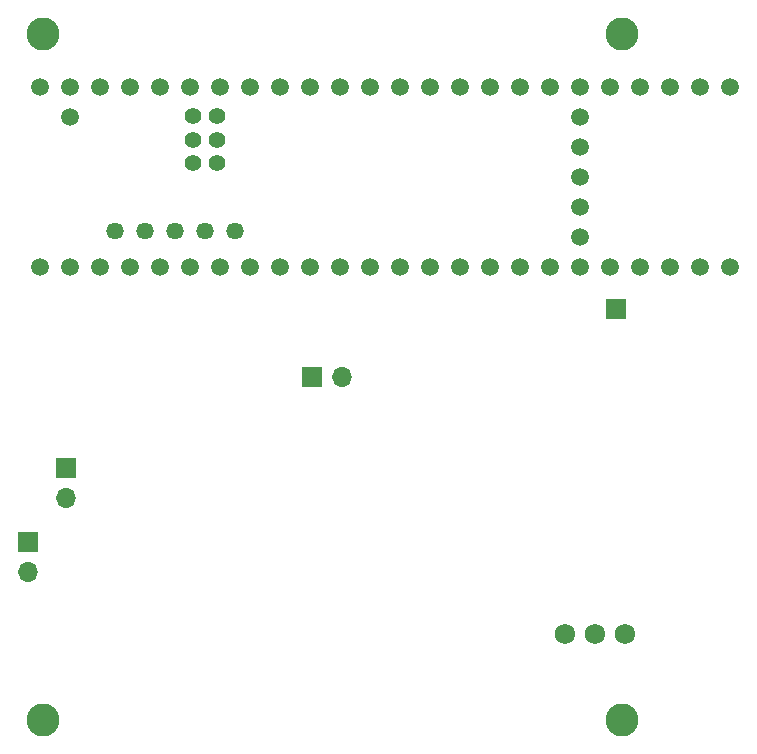
<source format=gbr>
%TF.GenerationSoftware,KiCad,Pcbnew,7.0.6*%
%TF.CreationDate,2024-04-07T14:57:10-04:00*%
%TF.ProjectId,mainbox,6d61696e-626f-4782-9e6b-696361645f70,rev?*%
%TF.SameCoordinates,Original*%
%TF.FileFunction,Soldermask,Bot*%
%TF.FilePolarity,Negative*%
%FSLAX46Y46*%
G04 Gerber Fmt 4.6, Leading zero omitted, Abs format (unit mm)*
G04 Created by KiCad (PCBNEW 7.0.6) date 2024-04-07 14:57:10*
%MOMM*%
%LPD*%
G01*
G04 APERTURE LIST*
%ADD10C,1.512000*%
%ADD11C,1.462000*%
%ADD12C,1.412000*%
%ADD13C,2.800000*%
%ADD14R,1.700000X1.700000*%
%ADD15O,1.700000X1.700000*%
%ADD16C,1.725000*%
G04 APERTURE END LIST*
D10*
%TO.C,U5*%
X162052000Y-91442000D03*
X164592000Y-91442000D03*
X167132000Y-91442000D03*
X169672000Y-91442000D03*
X195072000Y-91442000D03*
X164592000Y-76202000D03*
X205232000Y-86362000D03*
X172212000Y-91442000D03*
X174752000Y-91442000D03*
D11*
X165862000Y-88392000D03*
D10*
X177292000Y-91442000D03*
X179832000Y-91442000D03*
X182372000Y-91442000D03*
X184912000Y-91442000D03*
X187452000Y-91442000D03*
X189992000Y-91442000D03*
X192532000Y-91442000D03*
X192532000Y-76202000D03*
X189992000Y-76202000D03*
X187452000Y-76202000D03*
X184912000Y-76202000D03*
X182372000Y-76202000D03*
X179832000Y-76202000D03*
X177292000Y-76202000D03*
X174752000Y-76202000D03*
X172212000Y-76202000D03*
X169672000Y-76202000D03*
X167132000Y-76202000D03*
X197612000Y-91442000D03*
X200152000Y-91442000D03*
X202692000Y-91442000D03*
X205232000Y-91442000D03*
X207772000Y-91442000D03*
X210312000Y-91442000D03*
X212852000Y-91442000D03*
X215392000Y-91442000D03*
X217932000Y-91442000D03*
X217932000Y-76202000D03*
X215392000Y-76202000D03*
X212852000Y-76202000D03*
X210312000Y-76202000D03*
X207772000Y-76202000D03*
X205232000Y-76202000D03*
X202692000Y-76202000D03*
X200152000Y-76202000D03*
X197612000Y-76202000D03*
D11*
X170942000Y-88392000D03*
X168402000Y-88392000D03*
D10*
X159512000Y-91442000D03*
X195072000Y-76202000D03*
X162052000Y-76202000D03*
X205232000Y-83822000D03*
D12*
X174482000Y-80652000D03*
X172482000Y-80652000D03*
D10*
X205232000Y-78742000D03*
X205232000Y-81282000D03*
D12*
X172482000Y-78652000D03*
X174482000Y-78652000D03*
X174482000Y-82652000D03*
X172482000Y-82652000D03*
D11*
X173482000Y-88392000D03*
X176022000Y-88392000D03*
D10*
X205232000Y-88902000D03*
X159512000Y-76202000D03*
X162052000Y-78742000D03*
%TD*%
D13*
%TO.C,H1*%
X208768000Y-71739000D03*
%TD*%
%TO.C,H3*%
X159768000Y-129739000D03*
%TD*%
D14*
%TO.C,J9*%
X182499000Y-100711000D03*
D15*
X185039000Y-100711000D03*
%TD*%
D14*
%TO.C,J8*%
X161671000Y-108458000D03*
D15*
X161671000Y-110998000D03*
%TD*%
D16*
%TO.C,PS1*%
X203962000Y-122465000D03*
X206502000Y-122465000D03*
X209042000Y-122465000D03*
%TD*%
D14*
%TO.C,J6*%
X208280000Y-94996000D03*
%TD*%
D13*
%TO.C,H2*%
X159768000Y-71739000D03*
%TD*%
D14*
%TO.C,J5*%
X158498000Y-114709000D03*
D15*
X158498000Y-117249000D03*
%TD*%
D13*
%TO.C,H4*%
X208768000Y-129739000D03*
%TD*%
M02*

</source>
